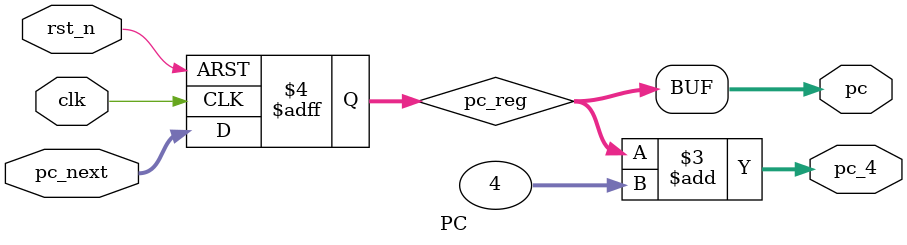
<source format=v>
module PC (
    output  wire    [31:0]  pc      ,
    output  wire    [31:0]  pc_4    ,
    input   wire    [31:0]  pc_next ,

    input   wire            clk     ,
    input   wire            rst_n
);
    reg [31:0]  pc_reg;

    always @(posedge clk or negedge rst_n) begin
        if (!rst_n) begin
            pc_reg  <=  0;
        end
        else begin
            pc_reg  <=  pc_next;
        end 
    end

    assign  pc      =   pc_reg;
    assign  pc_4    =   pc_reg  +   4;

endmodule
</source>
